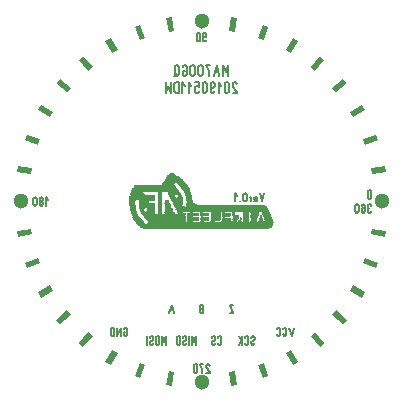
<source format=gbr>
%FSLAX34Y34*%
%MOMM*%
%LNSILK_BOTTOM*%
G71*
G01*
%ADD10C, 0.127*%
%ADD11C, 1.300*%
%ADD12R, 1.200X0.500*%
%ADD13R, 0.500X1.200*%
%ADD14R, 10.592X0.025*%
%ADD15R, 10.820X0.025*%
%ADD16R, 10.947X0.025*%
%ADD17R, 11.024X0.025*%
%ADD18R, 11.100X0.025*%
%ADD19R, 11.151X0.025*%
%ADD20R, 11.201X0.025*%
%ADD21R, 11.252X0.025*%
%ADD22R, 11.303X0.025*%
%ADD23R, 11.328X0.025*%
%ADD24R, 11.379X0.025*%
%ADD25R, 11.430X0.025*%
%ADD26R, 11.455X0.025*%
%ADD27R, 11.481X0.025*%
%ADD28R, 10.693X0.025*%
%ADD29R, 0.787X0.025*%
%ADD30R, 10.668X0.025*%
%ADD31R, 0.762X0.025*%
%ADD32R, 0.737X0.025*%
%ADD33R, 10.643X0.025*%
%ADD34R, 10.617X0.025*%
%ADD35R, 0.711X0.025*%
%ADD36R, 0.483X0.025*%
%ADD37R, 0.533X0.025*%
%ADD38R, 0.584X0.025*%
%ADD39R, 0.356X0.025*%
%ADD40R, 0.838X0.025*%
%ADD41R, 0.330X0.025*%
%ADD42R, 0.305X0.025*%
%ADD43R, 3.150X0.025*%
%ADD44R, 0.686X0.025*%
%ADD45R, 0.508X0.025*%
%ADD46R, 0.559X0.025*%
%ADD47R, 0.813X0.025*%
%ADD48R, 0.279X0.025*%
%ADD49R, 0.457X0.025*%
%ADD50R, 0.254X0.025*%
%ADD51R, 3.124X0.025*%
%ADD52R, 0.432X0.025*%
%ADD53R, 0.229X0.025*%
%ADD54R, 0.660X0.025*%
%ADD55R, 0.406X0.025*%
%ADD56R, 0.381X0.025*%
%ADD57R, 3.175X0.025*%
%ADD58R, 0.940X0.025*%
%ADD59R, 3.226X0.025*%
%ADD60R, 0.965X0.025*%
%ADD61R, 3.251X0.025*%
%ADD62R, 0.635X0.025*%
%ADD63R, 0.203X0.025*%
%ADD64R, 0.991X0.025*%
%ADD65R, 3.277X0.025*%
%ADD66R, 0.178X0.025*%
%ADD67R, 1.016X0.025*%
%ADD68R, 3.302X0.025*%
%ADD69R, 1.041X0.025*%
%ADD70R, 3.353X0.025*%
%ADD71R, 0.152X0.025*%
%ADD72R, 3.378X0.025*%
%ADD73R, 0.127X0.025*%
%ADD74R, 3.404X0.025*%
%ADD75R, 0.610X0.025*%
%ADD76R, 0.102X0.025*%
%ADD77R, 3.429X0.025*%
%ADD78R, 3.454X0.025*%
%ADD79R, 0.076X0.025*%
%ADD80R, 3.480X0.025*%
%ADD81R, 3.505X0.025*%
%ADD82R, 3.531X0.025*%
%ADD83R, 3.556X0.025*%
%ADD84R, 3.581X0.025*%
%ADD85R, 3.607X0.025*%
%ADD86R, 3.632X0.025*%
%ADD87R, 3.658X0.025*%
%ADD88R, 0.864X0.025*%
%ADD89R, 1.651X0.025*%
%ADD90R, 1.092X0.025*%
%ADD91R, 1.118X0.025*%
%ADD92R, 1.143X0.025*%
%ADD93R, 1.168X0.025*%
%ADD94R, 7.849X0.025*%
%ADD95R, 7.823X0.025*%
%ADD96R, 7.874X0.025*%
%ADD97R, 1.295X0.025*%
%ADD98R, 1.321X0.025*%
%ADD99R, 6.833X0.025*%
%ADD100R, 0.914X0.025*%
%ADD101R, 6.807X0.025*%
%ADD102R, 6.756X0.025*%
%ADD103R, 6.731X0.025*%
%ADD104R, 6.655X0.025*%
%ADD105R, 6.604X0.025*%
%ADD106R, 6.528X0.025*%
%ADD107R, 1.346X0.025*%
%ADD108R, 0.889X0.025*%
%ADD109R, 1.372X0.025*%
%ADD110R, 1.499X0.025*%
%ADD111R, 2.159X0.025*%
%ADD112R, 2.134X0.025*%
%ADD113R, 2.108X0.025*%
%ADD114R, 1.245X0.025*%
%ADD115R, 1.219X0.025*%
%ADD116R, 1.194X0.025*%
%ADD117R, 1.067X0.025*%
%ADD118R, 4.089X0.025*%
%ADD119R, 4.039X0.025*%
%ADD120R, 4.013X0.025*%
%ADD121R, 3.988X0.025*%
%ADD122R, 3.962X0.025*%
%ADD123R, 3.912X0.025*%
%ADD124R, 3.886X0.025*%
%ADD125R, 3.861X0.025*%
%ADD126R, 3.835X0.025*%
%ADD127R, 3.810X0.025*%
%ADD128R, 3.759X0.025*%
%ADD129R, 3.708X0.025*%
%ADD130R, 3.683X0.025*%
%ADD131R, 3.099X0.025*%
%ADD132R, 1.753X0.025*%
%ADD133R, 1.727X0.025*%
%ADD134R, 1.676X0.025*%
%ADD135R, 1.626X0.025*%
%ADD136R, 1.600X0.025*%
%ADD137R, 1.549X0.025*%
%ADD138R, 1.473X0.025*%
%ADD139R, 1.422X0.025*%
%ADD140R, 1.270X0.025*%
%ADD141C, 0.159*%
%LPD*%
G54D10*
X-4344Y-121443D02*
X-4344Y-114332D01*
X-6122Y-118777D01*
X-7900Y-114332D01*
X-7900Y-121443D01*
G54D10*
X-10390Y-121443D02*
X-10390Y-114332D01*
G54D10*
X-12878Y-120110D02*
X-13234Y-120999D01*
X-13945Y-121443D01*
X-14656Y-121443D01*
X-15367Y-120999D01*
X-15723Y-120110D01*
X-15723Y-119221D01*
X-15367Y-118332D01*
X-14656Y-117888D01*
X-13945Y-117888D01*
X-13234Y-117443D01*
X-12878Y-116554D01*
X-12878Y-115665D01*
X-13234Y-114777D01*
X-13945Y-114332D01*
X-14656Y-114332D01*
X-15367Y-114777D01*
X-15723Y-115665D01*
G54D10*
X-21056Y-115665D02*
X-21056Y-120110D01*
X-20700Y-120999D01*
X-19989Y-121443D01*
X-19278Y-121443D01*
X-18567Y-120999D01*
X-18212Y-120110D01*
X-18212Y-115665D01*
X-18567Y-114777D01*
X-19278Y-114332D01*
X-19989Y-114332D01*
X-20700Y-114777D01*
X-21056Y-115665D01*
G54D10*
X-29745Y-121443D02*
X-29745Y-114332D01*
X-31523Y-118777D01*
X-33301Y-114332D01*
X-33301Y-121443D01*
G54D10*
X-38634Y-115665D02*
X-38634Y-120110D01*
X-38279Y-120999D01*
X-37568Y-121443D01*
X-36857Y-121443D01*
X-36146Y-120999D01*
X-35790Y-120110D01*
X-35790Y-115665D01*
X-36146Y-114777D01*
X-36857Y-114332D01*
X-37568Y-114332D01*
X-38279Y-114777D01*
X-38634Y-115665D01*
G54D10*
X-41123Y-120110D02*
X-41479Y-120999D01*
X-42190Y-121443D01*
X-42901Y-121443D01*
X-43612Y-120999D01*
X-43967Y-120110D01*
X-43967Y-119221D01*
X-43612Y-118332D01*
X-42901Y-117888D01*
X-42190Y-117888D01*
X-41479Y-117443D01*
X-41123Y-116554D01*
X-41123Y-115665D01*
X-41479Y-114777D01*
X-42190Y-114332D01*
X-42901Y-114332D01*
X-43612Y-114777D01*
X-43967Y-115665D01*
G54D10*
X-46456Y-121443D02*
X-46456Y-114332D01*
G54D10*
X13945Y-120110D02*
X14300Y-120999D01*
X15011Y-121443D01*
X15722Y-121443D01*
X16433Y-120999D01*
X16789Y-120110D01*
X16789Y-115665D01*
X16433Y-114777D01*
X15722Y-114332D01*
X15011Y-114332D01*
X14300Y-114777D01*
X13945Y-115665D01*
G54D10*
X11456Y-120110D02*
X11100Y-120999D01*
X10389Y-121443D01*
X9678Y-121443D01*
X8967Y-120999D01*
X8612Y-120110D01*
X8612Y-119221D01*
X8967Y-118332D01*
X9678Y-117888D01*
X10389Y-117888D01*
X11100Y-117443D01*
X11456Y-116554D01*
X11456Y-115665D01*
X11100Y-114777D01*
X10389Y-114332D01*
X9678Y-114332D01*
X8967Y-114777D01*
X8612Y-115665D01*
G54D10*
X44822Y-120110D02*
X44466Y-120999D01*
X43755Y-121443D01*
X43044Y-121443D01*
X42333Y-120999D01*
X41978Y-120110D01*
X41978Y-119221D01*
X42333Y-118332D01*
X43044Y-117888D01*
X43755Y-117888D01*
X44466Y-117443D01*
X44822Y-116554D01*
X44822Y-115665D01*
X44466Y-114777D01*
X43755Y-114332D01*
X43044Y-114332D01*
X42333Y-114777D01*
X41978Y-115665D01*
G54D10*
X36645Y-120110D02*
X37000Y-120999D01*
X37711Y-121443D01*
X38422Y-121443D01*
X39133Y-120999D01*
X39489Y-120110D01*
X39489Y-115665D01*
X39133Y-114777D01*
X38422Y-114332D01*
X37711Y-114332D01*
X37000Y-114777D01*
X36645Y-115665D01*
G54D10*
X34156Y-121443D02*
X34156Y-114332D01*
G54D10*
X34156Y-119221D02*
X31312Y-114332D01*
G54D10*
X33089Y-117888D02*
X31312Y-121443D01*
G54D10*
X-23622Y-94456D02*
X-25400Y-87345D01*
X-27178Y-94456D01*
G54D10*
X-24334Y-91789D02*
X-26467Y-91789D01*
G54D10*
X1422Y-94432D02*
X1422Y-87321D01*
X-355Y-87321D01*
X-1066Y-87766D01*
X-1422Y-88654D01*
X-1422Y-89543D01*
X-1066Y-90432D01*
X-355Y-90877D01*
X-1066Y-91321D01*
X-1422Y-92210D01*
X-1422Y-93099D01*
X-1066Y-93988D01*
X-355Y-94432D01*
X1422Y-94432D01*
G54D10*
X1422Y-90877D02*
X-355Y-90877D01*
G54D10*
X26844Y-87321D02*
X24000Y-87321D01*
X26844Y-94432D01*
X24000Y-94432D01*
G54D10*
X-64567Y-110332D02*
X-65990Y-110332D01*
X-65990Y-112554D01*
X-65634Y-113443D01*
X-64923Y-113887D01*
X-64212Y-113887D01*
X-63501Y-113443D01*
X-63145Y-112554D01*
X-63145Y-108110D01*
X-63501Y-107221D01*
X-64212Y-106776D01*
X-64923Y-106776D01*
X-65634Y-107221D01*
X-65990Y-108110D01*
G54D10*
X-68478Y-113887D02*
X-68478Y-106776D01*
X-71323Y-113887D01*
X-71323Y-106776D01*
G54D10*
X-73811Y-113887D02*
X-73811Y-106776D01*
X-75589Y-106776D01*
X-76300Y-107221D01*
X-76656Y-108110D01*
X-76656Y-112554D01*
X-76300Y-113443D01*
X-75589Y-113887D01*
X-73811Y-113887D01*
G54D10*
X77934Y-106776D02*
X76156Y-113887D01*
X74378Y-106776D01*
G54D10*
X69044Y-112554D02*
X69400Y-113443D01*
X70111Y-113887D01*
X70822Y-113887D01*
X71533Y-113443D01*
X71889Y-112554D01*
X71889Y-108110D01*
X71533Y-107221D01*
X70822Y-106776D01*
X70111Y-106776D01*
X69400Y-107221D01*
X69044Y-108110D01*
G54D10*
X63711Y-112554D02*
X64067Y-113443D01*
X64778Y-113887D01*
X65489Y-113887D01*
X66200Y-113443D01*
X66556Y-112554D01*
X66556Y-108110D01*
X66200Y-107221D01*
X65489Y-106776D01*
X64778Y-106776D01*
X64067Y-107221D01*
X63711Y-108110D01*
G54D10*
X4089Y137089D02*
X3733Y136200D01*
X3022Y135755D01*
X2311Y135755D01*
X1600Y136200D01*
X1244Y137089D01*
X1244Y139311D01*
X1244Y139755D01*
X2311Y138866D01*
X3022Y138866D01*
X3733Y139311D01*
X4089Y140200D01*
X4089Y141533D01*
X3733Y142422D01*
X3022Y142866D01*
X2311Y142866D01*
X1600Y142422D01*
X1244Y141533D01*
X1244Y139311D01*
G54D10*
X-4089Y141533D02*
X-4089Y137089D01*
X-3733Y136200D01*
X-3022Y135755D01*
X-2311Y135755D01*
X-1600Y136200D01*
X-1244Y137089D01*
X-1244Y141533D01*
X-1600Y142422D01*
X-2311Y142866D01*
X-3022Y142866D01*
X-3733Y142422D01*
X-4089Y141533D01*
G54D10*
X3911Y-144835D02*
X6755Y-144835D01*
X6755Y-144391D01*
X6400Y-143502D01*
X4266Y-140835D01*
X3911Y-139946D01*
X3911Y-139058D01*
X4266Y-138169D01*
X4977Y-137724D01*
X5689Y-137724D01*
X6400Y-138169D01*
X6755Y-139058D01*
G54D10*
X1422Y-137724D02*
X-1422Y-137724D01*
X-1067Y-138613D01*
X-356Y-139946D01*
X356Y-141724D01*
X711Y-143058D01*
X711Y-144835D01*
G54D10*
X-6755Y-139058D02*
X-6755Y-143502D01*
X-6400Y-144391D01*
X-5689Y-144835D01*
X-4977Y-144835D01*
X-4266Y-144391D01*
X-3911Y-143502D01*
X-3911Y-139058D01*
X-4266Y-138169D01*
X-4977Y-137724D01*
X-5689Y-137724D01*
X-6400Y-138169D01*
X-6755Y-139058D01*
X152500Y1D02*
G54D11*
D03*
X0Y152501D02*
G54D11*
D03*
X-152500Y1D02*
G54D11*
D03*
X0Y-152499D02*
G54D11*
D03*
X152500Y1D02*
G54D12*
D03*
G36*
X156526Y25062D02*
X144708Y22978D01*
X143840Y27902D01*
X155658Y29986D01*
X156526Y25062D01*
G37*
G36*
X149796Y51862D02*
X138520Y47758D01*
X136810Y52456D01*
X148086Y56560D01*
X149796Y51862D01*
G37*
G36*
X138515Y77086D02*
X128122Y71086D01*
X125622Y75416D01*
X136015Y81416D01*
X138515Y77086D01*
G37*
G36*
X123025Y99967D02*
X113832Y92254D01*
X110618Y96084D01*
X119811Y103798D01*
X123025Y99967D01*
G37*
G36*
X103797Y119812D02*
X96083Y110619D01*
X92253Y113833D01*
X99966Y123026D01*
X103797Y119812D01*
G37*
G36*
X81415Y136016D02*
X75415Y125623D01*
X71085Y128123D01*
X77085Y138516D01*
X81415Y136016D01*
G37*
G36*
X56559Y148087D02*
X52455Y136811D01*
X47756Y138521D01*
X51861Y149797D01*
X56559Y148087D01*
G37*
G36*
X29985Y155659D02*
X27901Y143841D01*
X22977Y144709D01*
X25061Y156527D01*
X29985Y155659D01*
G37*
X0Y152501D02*
G54D13*
D03*
G36*
X-25061Y156527D02*
X-22978Y144709D01*
X-27902Y143841D01*
X-29986Y155659D01*
X-25061Y156527D01*
G37*
G36*
X-51861Y149797D02*
X-47757Y138521D01*
X-52455Y136811D01*
X-56560Y148087D01*
X-51861Y149797D01*
G37*
G36*
X-77085Y138516D02*
X-71085Y128123D01*
X-75415Y125623D01*
X-81415Y136016D01*
X-77085Y138516D01*
G37*
G36*
X-99967Y123026D02*
X-92254Y113833D01*
X-96084Y110619D01*
X-103797Y119812D01*
X-99967Y123026D01*
G37*
G36*
X-119811Y103798D02*
X-110619Y96084D01*
X-113833Y92254D01*
X-123025Y99967D01*
X-119811Y103798D01*
G37*
G36*
X-136015Y81416D02*
X-125623Y75416D01*
X-128123Y71086D01*
X-138515Y77086D01*
X-136015Y81416D01*
G37*
G36*
X-148086Y56560D02*
X-136810Y52456D01*
X-138520Y47757D01*
X-149797Y51862D01*
X-148086Y56560D01*
G37*
G36*
X-155658Y29986D02*
X-143840Y27902D01*
X-144709Y22978D01*
X-156526Y25062D01*
X-155658Y29986D01*
G37*
X-152500Y1D02*
G54D12*
D03*
G36*
X-156526Y-25060D02*
X-144709Y-22977D01*
X-143840Y-27901D01*
X-155658Y-29984D01*
X-156526Y-25060D01*
G37*
G36*
X-149797Y-51860D02*
X-138520Y-47756D01*
X-136810Y-52454D01*
X-148086Y-56559D01*
X-149797Y-51860D01*
G37*
G36*
X-138515Y-77084D02*
X-128123Y-71084D01*
X-125623Y-75414D01*
X-136015Y-81414D01*
X-138515Y-77084D01*
G37*
G36*
X-123025Y-99966D02*
X-113833Y-92253D01*
X-110619Y-96083D01*
X-119811Y-103796D01*
X-123025Y-99966D01*
G37*
G36*
X-103797Y-119810D02*
X-96084Y-110618D01*
X-92254Y-113832D01*
X-99967Y-123024D01*
X-103797Y-119810D01*
G37*
G36*
X-81415Y-136014D02*
X-75415Y-125622D01*
X-71085Y-128122D01*
X-77085Y-138514D01*
X-81415Y-136014D01*
G37*
G36*
X-56560Y-148086D02*
X-52455Y-136809D01*
X-47757Y-138519D01*
X-51861Y-149796D01*
X-56560Y-148086D01*
G37*
G36*
X-29986Y-155657D02*
X-27902Y-143840D01*
X-22978Y-144708D01*
X-25061Y-156525D01*
X-29986Y-155657D01*
G37*
X0Y-152499D02*
G54D13*
D03*
G36*
X25061Y-156525D02*
X22977Y-144708D01*
X27901Y-143840D01*
X29985Y-155657D01*
X25061Y-156525D01*
G37*
G36*
X51861Y-149796D02*
X47756Y-138519D01*
X52455Y-136809D01*
X56559Y-148086D01*
X51861Y-149796D01*
G37*
G36*
X77085Y-138514D02*
X71085Y-128122D01*
X75415Y-125622D01*
X81415Y-136014D01*
X77085Y-138514D01*
G37*
G36*
X99966Y-123024D02*
X92253Y-113832D01*
X96083Y-110618D01*
X103797Y-119810D01*
X99966Y-123024D01*
G37*
G36*
X119811Y-103796D02*
X110618Y-96083D01*
X113832Y-92253D01*
X123025Y-99966D01*
X119811Y-103796D01*
G37*
G36*
X136015Y-81414D02*
X125622Y-75414D01*
X128122Y-71084D01*
X138515Y-77084D01*
X136015Y-81414D01*
G37*
G36*
X148086Y-56559D02*
X136810Y-52454D01*
X138520Y-47756D01*
X149796Y-51860D01*
X148086Y-56559D01*
G37*
G36*
X155658Y-29984D02*
X143840Y-27901D01*
X144708Y-22977D01*
X156526Y-25060D01*
X155658Y-29984D01*
G37*
G54D10*
X140722Y8176D02*
X140722Y3732D01*
X141077Y2843D01*
X141788Y2398D01*
X142500Y2398D01*
X143211Y2843D01*
X143566Y3732D01*
X143566Y8176D01*
X143211Y9065D01*
X142500Y9509D01*
X141788Y9509D01*
X141077Y9065D01*
X140722Y8176D01*
G54D10*
X143612Y-3730D02*
X143256Y-2841D01*
X142545Y-2397D01*
X141834Y-2397D01*
X141123Y-2841D01*
X140767Y-3730D01*
X140767Y-4619D01*
X141123Y-5508D01*
X141834Y-5952D01*
X141123Y-6397D01*
X140767Y-7286D01*
X140767Y-8175D01*
X141123Y-9064D01*
X141834Y-9508D01*
X142545Y-9508D01*
X143256Y-9064D01*
X143612Y-8175D01*
G54D10*
X135434Y-3730D02*
X135790Y-2841D01*
X136501Y-2397D01*
X137212Y-2397D01*
X137923Y-2841D01*
X138279Y-3730D01*
X138279Y-5952D01*
X138279Y-6397D01*
X137212Y-5508D01*
X136501Y-5508D01*
X135790Y-5952D01*
X135434Y-6841D01*
X135434Y-8175D01*
X135790Y-9064D01*
X136501Y-9508D01*
X137212Y-9508D01*
X137923Y-9064D01*
X138279Y-8175D01*
X138279Y-5952D01*
G54D10*
X130101Y-3730D02*
X130101Y-8175D01*
X130457Y-9064D01*
X131168Y-9508D01*
X131879Y-9508D01*
X132590Y-9064D01*
X132946Y-8175D01*
X132946Y-3730D01*
X132590Y-2841D01*
X131879Y-2397D01*
X131168Y-2397D01*
X130457Y-2841D01*
X130101Y-3730D01*
G54D10*
X-130056Y889D02*
X-131834Y3556D01*
X-131834Y-3555D01*
G54D10*
X-136101Y1D02*
X-135390Y1D01*
X-134679Y445D01*
X-134323Y1334D01*
X-134323Y2223D01*
X-134679Y3112D01*
X-135390Y3556D01*
X-136101Y3556D01*
X-136812Y3112D01*
X-137167Y2223D01*
X-137167Y1334D01*
X-136812Y445D01*
X-136101Y1D01*
X-136812Y-444D01*
X-137167Y-1333D01*
X-137167Y-2222D01*
X-136812Y-3111D01*
X-136101Y-3555D01*
X-135390Y-3555D01*
X-134679Y-3111D01*
X-134323Y-2222D01*
X-134323Y-1333D01*
X-134679Y-444D01*
X-135390Y1D01*
G54D10*
X-142500Y2223D02*
X-142500Y-2222D01*
X-142145Y-3111D01*
X-141434Y-3555D01*
X-140723Y-3555D01*
X-140012Y-3111D01*
X-139656Y-2222D01*
X-139656Y2223D01*
X-140012Y3112D01*
X-140723Y3556D01*
X-141434Y3556D01*
X-142145Y3112D01*
X-142500Y2223D01*
X7704Y-18034D02*
G54D14*
D03*
X3386Y-23114D02*
G54D14*
D03*
X3512Y-22860D02*
G54D15*
D03*
X3386Y-22606D02*
G54D16*
D03*
X3512Y-22352D02*
G54D17*
D03*
X3386Y-22098D02*
G54D18*
D03*
X3386Y-21844D02*
G54D19*
D03*
X3386Y-21590D02*
G54D20*
D03*
X3386Y-21336D02*
G54D21*
D03*
X3386Y-21082D02*
G54D22*
D03*
X3258Y-20828D02*
G54D23*
D03*
X3258Y-20574D02*
G54D24*
D03*
X3258Y-20320D02*
G54D25*
D03*
X3132Y-20066D02*
G54D26*
D03*
X3004Y-19812D02*
G54D27*
D03*
X7196Y-19558D02*
G54D28*
D03*
X12276Y-15494D02*
G54D29*
D03*
X12276Y-15240D02*
G54D29*
D03*
X12276Y-14986D02*
G54D29*
D03*
X12276Y-14732D02*
G54D29*
D03*
X12276Y-14478D02*
G54D29*
D03*
X12276Y-14224D02*
G54D29*
D03*
X12276Y-13970D02*
G54D29*
D03*
X12276Y-13716D02*
G54D29*
D03*
X12276Y-13462D02*
G54D29*
D03*
X12276Y-13208D02*
G54D29*
D03*
X12276Y-12954D02*
G54D29*
D03*
X12276Y-12700D02*
G54D29*
D03*
X12276Y-12446D02*
G54D29*
D03*
X12276Y-12192D02*
G54D29*
D03*
X12276Y-11938D02*
G54D29*
D03*
X12276Y-11684D02*
G54D29*
D03*
X12276Y-11430D02*
G54D29*
D03*
X12276Y-11176D02*
G54D29*
D03*
X12276Y-10922D02*
G54D29*
D03*
X12276Y-10668D02*
G54D29*
D03*
X12276Y-10414D02*
G54D29*
D03*
X12276Y-10160D02*
G54D29*
D03*
X12276Y-9906D02*
G54D29*
D03*
X12276Y-9652D02*
G54D29*
D03*
X12276Y-9398D02*
G54D29*
D03*
X21166Y-17272D02*
G54D29*
D03*
X-18966Y-4826D02*
G54D29*
D03*
X-19728Y-3048D02*
G54D29*
D03*
X-27094Y-9906D02*
G54D29*
D03*
X-27094Y-10160D02*
G54D29*
D03*
X-48938Y-508D02*
G54D29*
D03*
X-48938Y-254D02*
G54D29*
D03*
X-17950Y15748D02*
G54D29*
D03*
X-24554Y21082D02*
G54D29*
D03*
X-50716Y-19558D02*
G54D29*
D03*
X7322Y-19304D02*
G54D30*
D03*
X7322Y-19050D02*
G54D30*
D03*
X3258Y-15494D02*
G54D31*
D03*
X3258Y-15240D02*
G54D31*
D03*
X3258Y-14986D02*
G54D31*
D03*
X3258Y-14732D02*
G54D31*
D03*
X3258Y-14478D02*
G54D31*
D03*
X3258Y-12192D02*
G54D31*
D03*
X3258Y-11938D02*
G54D31*
D03*
X3258Y-11684D02*
G54D31*
D03*
X3258Y-11430D02*
G54D31*
D03*
X3258Y-11176D02*
G54D31*
D03*
X3258Y-10922D02*
G54D31*
D03*
X3258Y-10668D02*
G54D31*
D03*
X12148Y-15748D02*
G54D31*
D03*
X21292Y-15748D02*
G54D31*
D03*
X21292Y-15494D02*
G54D31*
D03*
X21292Y-15240D02*
G54D31*
D03*
X21292Y-14986D02*
G54D31*
D03*
X21292Y-16002D02*
G54D31*
D03*
X21292Y-16256D02*
G54D31*
D03*
X21292Y-16510D02*
G54D31*
D03*
X21292Y-16764D02*
G54D31*
D03*
X21292Y-17018D02*
G54D31*
D03*
X21292Y-12446D02*
G54D31*
D03*
X21292Y-12192D02*
G54D31*
D03*
X21292Y-11938D02*
G54D31*
D03*
X21292Y-11684D02*
G54D31*
D03*
X21292Y-11430D02*
G54D31*
D03*
X21292Y-11176D02*
G54D31*
D03*
X21292Y-10922D02*
G54D31*
D03*
X21292Y-10668D02*
G54D31*
D03*
X45422Y-9906D02*
G54D31*
D03*
X45422Y-9652D02*
G54D31*
D03*
X45422Y-9398D02*
G54D31*
D03*
X56852Y-17780D02*
G54D31*
D03*
X-8934Y-3048D02*
G54D31*
D03*
X-19856Y-3302D02*
G54D31*
D03*
X-27222Y-9398D02*
G54D31*
D03*
X-27222Y-9652D02*
G54D31*
D03*
X-43224Y-9144D02*
G54D31*
D03*
X-49066Y0D02*
G54D31*
D03*
X-17824Y15494D02*
G54D31*
D03*
X-24682Y21336D02*
G54D31*
D03*
X-51098Y-19304D02*
G54D31*
D03*
X-51224Y-19050D02*
G54D32*
D03*
X-51478Y-18796D02*
G54D32*
D03*
X-51732Y-18542D02*
G54D32*
D03*
X-43096Y-8890D02*
G54D32*
D03*
X-27348Y-8890D02*
G54D32*
D03*
X-27348Y-8636D02*
G54D32*
D03*
X-27348Y-9144D02*
G54D32*
D03*
X-19728Y-3810D02*
G54D32*
D03*
X-19728Y-3556D02*
G54D32*
D03*
X3132Y-12446D02*
G54D32*
D03*
X3132Y-14224D02*
G54D32*
D03*
X3132Y-15748D02*
G54D32*
D03*
X12022Y-16002D02*
G54D32*
D03*
X21166Y-14732D02*
G54D32*
D03*
X21166Y-12700D02*
G54D32*
D03*
X45296Y-10414D02*
G54D32*
D03*
X45296Y-10160D02*
G54D32*
D03*
X56980Y-17526D02*
G54D32*
D03*
X-16680Y14478D02*
G54D32*
D03*
X-16934Y14732D02*
G54D32*
D03*
X-17188Y14986D02*
G54D32*
D03*
X-17442Y15240D02*
G54D32*
D03*
X-48938Y254D02*
G54D32*
D03*
X7450Y-18796D02*
G54D33*
D03*
X7576Y-18542D02*
G54D34*
D03*
X7576Y-18288D02*
G54D34*
D03*
X11894Y-16256D02*
G54D35*
D03*
X3004Y-16002D02*
G54D35*
D03*
X3004Y-12700D02*
G54D35*
D03*
X21038Y-12954D02*
G54D35*
D03*
X45168Y-11176D02*
G54D35*
D03*
X45168Y-10922D02*
G54D35*
D03*
X45168Y-10668D02*
G54D35*
D03*
X56090Y-14224D02*
G54D35*
D03*
X56852Y-16256D02*
G54D35*
D03*
X57106Y-17018D02*
G54D35*
D03*
X57106Y-17272D02*
G54D35*
D03*
X-9188Y-2794D02*
G54D35*
D03*
X-19602Y-4064D02*
G54D35*
D03*
X-19602Y-4318D02*
G54D35*
D03*
X-27476Y-8128D02*
G54D35*
D03*
X-27476Y-8382D02*
G54D35*
D03*
X-42970Y-6350D02*
G54D35*
D03*
X-42970Y-6096D02*
G54D35*
D03*
X-42970Y-5842D02*
G54D35*
D03*
X-24428Y5842D02*
G54D35*
D03*
X-16554Y14224D02*
G54D35*
D03*
X-52114Y-18288D02*
G54D35*
D03*
X-52368Y-18034D02*
G54D35*
D03*
X-28618Y-3810D02*
G54D36*
D03*
X-28618Y-3556D02*
G54D36*
D03*
X28786Y-12700D02*
G54D36*
D03*
X28786Y-15240D02*
G54D36*
D03*
X44026Y-16764D02*
G54D36*
D03*
X44026Y-17018D02*
G54D36*
D03*
X50122Y-17526D02*
G54D36*
D03*
X50122Y-17780D02*
G54D36*
D03*
X44280Y-16002D02*
G54D37*
D03*
X44280Y-15748D02*
G54D37*
D03*
X44280Y-15494D02*
G54D37*
D03*
X43518Y-17780D02*
G54D37*
D03*
X37930Y-17272D02*
G54D37*
D03*
X37930Y-17018D02*
G54D37*
D03*
X37930Y-16764D02*
G54D37*
D03*
X37930Y-16510D02*
G54D37*
D03*
X37930Y-16256D02*
G54D37*
D03*
X37930Y-16002D02*
G54D37*
D03*
X37930Y-15748D02*
G54D37*
D03*
X37930Y-15494D02*
G54D37*
D03*
X37930Y-15240D02*
G54D37*
D03*
X37930Y-14986D02*
G54D37*
D03*
X37930Y-14732D02*
G54D37*
D03*
X37930Y-14478D02*
G54D37*
D03*
X37930Y-14224D02*
G54D37*
D03*
X37930Y-13970D02*
G54D37*
D03*
X37930Y-13716D02*
G54D37*
D03*
X37930Y-13462D02*
G54D37*
D03*
X37930Y-13208D02*
G54D37*
D03*
X37930Y-12954D02*
G54D37*
D03*
X37930Y-12700D02*
G54D37*
D03*
X37930Y-12446D02*
G54D37*
D03*
X37930Y-12192D02*
G54D37*
D03*
X37930Y-11938D02*
G54D37*
D03*
X37930Y-11684D02*
G54D37*
D03*
X37930Y-11430D02*
G54D37*
D03*
X37930Y-11176D02*
G54D37*
D03*
X37930Y-10922D02*
G54D37*
D03*
X37930Y-10668D02*
G54D37*
D03*
X37930Y-10414D02*
G54D37*
D03*
X37930Y-10160D02*
G54D37*
D03*
X37930Y-9906D02*
G54D37*
D03*
X37930Y-9652D02*
G54D37*
D03*
X37930Y-9398D02*
G54D37*
D03*
X29040Y-13462D02*
G54D37*
D03*
X29040Y-14732D02*
G54D37*
D03*
X-9822Y-17272D02*
G54D37*
D03*
X-28364Y-4826D02*
G54D37*
D03*
X-28364Y-4572D02*
G54D37*
D03*
X-18966Y2286D02*
G54D37*
D03*
X-11092Y4572D02*
G54D37*
D03*
X-11092Y4826D02*
G54D37*
D03*
X-10838Y4064D02*
G54D37*
D03*
X-10838Y3810D02*
G54D37*
D03*
X-10838Y3556D02*
G54D37*
D03*
X-10584Y3048D02*
G54D37*
D03*
X-10584Y2794D02*
G54D37*
D03*
X-10584Y2540D02*
G54D37*
D03*
X-10584Y2286D02*
G54D37*
D03*
X-10330Y1778D02*
G54D37*
D03*
X-10330Y1524D02*
G54D37*
D03*
X-10330Y1270D02*
G54D37*
D03*
X-10330Y1016D02*
G54D37*
D03*
X-10330Y762D02*
G54D37*
D03*
X-10330Y508D02*
G54D37*
D03*
X-10076Y-254D02*
G54D37*
D03*
X-10076Y-508D02*
G54D37*
D03*
X-10076Y-762D02*
G54D37*
D03*
X-11346Y5588D02*
G54D37*
D03*
X-25062Y22098D02*
G54D37*
D03*
X-58336Y1270D02*
G54D37*
D03*
X-58336Y1016D02*
G54D37*
D03*
X-58590Y0D02*
G54D37*
D03*
X-58590Y-254D02*
G54D37*
D03*
X-58590Y-508D02*
G54D37*
D03*
X-58590Y-762D02*
G54D37*
D03*
X-58590Y-1016D02*
G54D37*
D03*
X-58590Y-1270D02*
G54D37*
D03*
X-58590Y-1524D02*
G54D37*
D03*
X-58590Y-1778D02*
G54D37*
D03*
X-58590Y-2032D02*
G54D37*
D03*
X-58590Y-2286D02*
G54D37*
D03*
X-58590Y-2540D02*
G54D37*
D03*
X-58590Y-2794D02*
G54D37*
D03*
X-58590Y-3048D02*
G54D37*
D03*
X-58590Y-3302D02*
G54D37*
D03*
X-58590Y-3556D02*
G54D37*
D03*
X-58336Y-4826D02*
G54D37*
D03*
X-58336Y-5080D02*
G54D37*
D03*
X-58336Y-5334D02*
G54D37*
D03*
X-58336Y-5588D02*
G54D37*
D03*
X-58336Y-5842D02*
G54D37*
D03*
X-58336Y-6096D02*
G54D37*
D03*
X-58082Y-6350D02*
G54D37*
D03*
X-58082Y-6604D02*
G54D37*
D03*
X-58082Y-6858D02*
G54D37*
D03*
X-58082Y-7112D02*
G54D37*
D03*
X-57828Y-7620D02*
G54D37*
D03*
X-57828Y-7874D02*
G54D37*
D03*
X-57828Y-8128D02*
G54D37*
D03*
X-57574Y-8636D02*
G54D37*
D03*
X-57574Y-8890D02*
G54D37*
D03*
X-56812Y-10922D02*
G54D38*
D03*
X-56558Y-11430D02*
G54D38*
D03*
X-56558Y-11684D02*
G54D38*
D03*
X-56304Y-11938D02*
G54D38*
D03*
X-56304Y-12192D02*
G54D38*
D03*
X-56050Y-12446D02*
G54D38*
D03*
X-56050Y-12700D02*
G54D38*
D03*
X-55796Y-12954D02*
G54D38*
D03*
X-55796Y-13208D02*
G54D38*
D03*
X-55542Y-13462D02*
G54D38*
D03*
X-28110Y-5842D02*
G54D38*
D03*
X-28110Y-5588D02*
G54D38*
D03*
X-9822Y-1524D02*
G54D38*
D03*
X-24808Y5080D02*
G54D38*
D03*
X-13124Y9652D02*
G54D38*
D03*
X-12870Y9144D02*
G54D38*
D03*
X-12616Y8890D02*
G54D38*
D03*
X-12616Y8636D02*
G54D38*
D03*
X-12362Y8382D02*
G54D38*
D03*
X-12362Y8128D02*
G54D38*
D03*
X-12108Y7620D02*
G54D38*
D03*
X29294Y-13970D02*
G54D38*
D03*
X37676Y-17780D02*
G54D38*
D03*
X44534Y-14478D02*
G54D38*
D03*
X44534Y-14224D02*
G54D38*
D03*
X-10076Y-17780D02*
G54D38*
D03*
X27388Y-17780D02*
G54D39*
D03*
X27642Y-17526D02*
G54D39*
D03*
X27896Y-17272D02*
G54D39*
D03*
X28150Y-17018D02*
G54D39*
D03*
X32214Y-17780D02*
G54D39*
D03*
X49994Y-16002D02*
G54D39*
D03*
X-29254Y-1016D02*
G54D39*
D03*
X-29254Y-762D02*
G54D39*
D03*
X-19982Y-2032D02*
G54D40*
D03*
X-19982Y-2286D02*
G54D40*
D03*
X-26840Y-10922D02*
G54D40*
D03*
X-26840Y-11176D02*
G54D40*
D03*
X-48684Y-1270D02*
G54D40*
D03*
X-48684Y-1016D02*
G54D40*
D03*
X20912Y-17780D02*
G54D40*
D03*
X32342Y-17526D02*
G54D41*
D03*
X50122Y-15748D02*
G54D41*
D03*
X50122Y-15494D02*
G54D41*
D03*
X9228Y-17780D02*
G54D41*
D03*
X-29380Y-508D02*
G54D41*
D03*
X-29380Y-254D02*
G54D41*
D03*
X-18204Y2794D02*
G54D41*
D03*
X-29508Y0D02*
G54D42*
D03*
X-35096Y7620D02*
G54D42*
D03*
X-50082Y-8890D02*
G54D42*
D03*
X-49828Y-9398D02*
G54D42*
D03*
X210Y-17780D02*
G54D42*
D03*
X9354Y-17526D02*
G54D42*
D03*
X32468Y-17272D02*
G54D42*
D03*
X49994Y-15240D02*
G54D42*
D03*
X-29254Y-17018D02*
G54D43*
D03*
X-29254Y-17526D02*
G54D43*
D03*
X-29254Y-17780D02*
G54D43*
D03*
X-42842Y-8636D02*
G54D44*
D03*
X-42842Y-6858D02*
G54D44*
D03*
X-42842Y-6604D02*
G54D44*
D03*
X-27602Y-7620D02*
G54D44*
D03*
X-27602Y-7874D02*
G54D44*
D03*
X-19474Y-4572D02*
G54D44*
D03*
X-9314Y-2540D02*
G54D44*
D03*
X20912Y-13208D02*
G54D44*
D03*
X11768Y-16510D02*
G54D44*
D03*
X2878Y-16256D02*
G54D44*
D03*
X45042Y-11938D02*
G54D44*
D03*
X45042Y-11684D02*
G54D44*
D03*
X45042Y-11430D02*
G54D44*
D03*
X54186Y-9398D02*
G54D44*
D03*
X54440Y-9906D02*
G54D44*
D03*
X54440Y-10160D02*
G54D44*
D03*
X54694Y-10414D02*
G54D44*
D03*
X54694Y-10668D02*
G54D44*
D03*
X54948Y-11176D02*
G54D44*
D03*
X54948Y-11430D02*
G54D44*
D03*
X55202Y-11684D02*
G54D44*
D03*
X55202Y-11938D02*
G54D44*
D03*
X55202Y-12192D02*
G54D44*
D03*
X55456Y-12446D02*
G54D44*
D03*
X55456Y-12700D02*
G54D44*
D03*
X55710Y-12954D02*
G54D44*
D03*
X55710Y-13208D02*
G54D44*
D03*
X55710Y-13462D02*
G54D44*
D03*
X55964Y-13716D02*
G54D44*
D03*
X55964Y-13970D02*
G54D44*
D03*
X56218Y-14478D02*
G54D44*
D03*
X56218Y-14732D02*
G54D44*
D03*
X56472Y-14986D02*
G54D44*
D03*
X56472Y-15240D02*
G54D44*
D03*
X56472Y-15494D02*
G54D44*
D03*
X56726Y-15748D02*
G54D44*
D03*
X56726Y-16002D02*
G54D44*
D03*
X56980Y-16510D02*
G54D44*
D03*
X56980Y-16764D02*
G54D44*
D03*
X-15664Y13462D02*
G54D44*
D03*
X-15918Y13716D02*
G54D44*
D03*
X-16172Y13970D02*
G54D44*
D03*
X-24808Y21590D02*
G54D44*
D03*
X-53002Y-17272D02*
G54D44*
D03*
X-52748Y-17526D02*
G54D44*
D03*
X-52494Y-17780D02*
G54D44*
D03*
X-58464Y-4572D02*
G54D45*
D03*
X-58464Y-4318D02*
G54D45*
D03*
X-58464Y-4064D02*
G54D45*
D03*
X-58464Y-3810D02*
G54D45*
D03*
X-58464Y254D02*
G54D45*
D03*
X-58464Y508D02*
G54D45*
D03*
X-58464Y762D02*
G54D45*
D03*
X-28492Y-4064D02*
G54D45*
D03*
X-28492Y-4318D02*
G54D45*
D03*
X-10204Y0D02*
G54D45*
D03*
X-10204Y254D02*
G54D45*
D03*
X-10458Y2032D02*
G54D45*
D03*
X-24936Y4826D02*
G54D45*
D03*
X-9696Y-12954D02*
G54D45*
D03*
X-9696Y-13208D02*
G54D45*
D03*
X-9696Y-13462D02*
G54D45*
D03*
X-9696Y-13716D02*
G54D45*
D03*
X-9696Y-13970D02*
G54D45*
D03*
X-9696Y-16764D02*
G54D45*
D03*
X-9696Y-17018D02*
G54D45*
D03*
X28912Y-14986D02*
G54D45*
D03*
X28912Y-13208D02*
G54D45*
D03*
X28912Y-12954D02*
G54D45*
D03*
X43644Y-17526D02*
G54D45*
D03*
X43898Y-17272D02*
G54D45*
D03*
X44152Y-16510D02*
G54D45*
D03*
X44152Y-16256D02*
G54D45*
D03*
X44406Y-15240D02*
G54D46*
D03*
X44406Y-14986D02*
G54D46*
D03*
X44406Y-14732D02*
G54D46*
D03*
X37802Y-17526D02*
G54D46*
D03*
X29166Y-14478D02*
G54D46*
D03*
X29166Y-14224D02*
G54D46*
D03*
X29166Y-13716D02*
G54D46*
D03*
X-9950Y-17526D02*
G54D46*
D03*
X-28238Y-5334D02*
G54D46*
D03*
X-28238Y-5080D02*
G54D46*
D03*
X-9950Y-1270D02*
G54D46*
D03*
X-9950Y-1016D02*
G54D46*
D03*
X-10712Y3302D02*
G54D46*
D03*
X-10966Y4318D02*
G54D46*
D03*
X-11220Y5080D02*
G54D46*
D03*
X-11220Y5334D02*
G54D46*
D03*
X-11474Y5842D02*
G54D46*
D03*
X-11474Y6096D02*
G54D46*
D03*
X-11728Y6350D02*
G54D46*
D03*
X-11728Y6604D02*
G54D46*
D03*
X-11728Y6858D02*
G54D46*
D03*
X-11982Y7112D02*
G54D46*
D03*
X-11982Y7366D02*
G54D46*
D03*
X-12236Y7874D02*
G54D46*
D03*
X-49574Y-5842D02*
G54D46*
D03*
X-57702Y-8382D02*
G54D46*
D03*
X-57448Y-9144D02*
G54D46*
D03*
X-57448Y-9398D02*
G54D46*
D03*
X-57194Y-9652D02*
G54D46*
D03*
X-57194Y-9906D02*
G54D46*
D03*
X-57194Y-10160D02*
G54D46*
D03*
X-56940Y-10414D02*
G54D46*
D03*
X-56940Y-10668D02*
G54D46*
D03*
X-56686Y-11176D02*
G54D46*
D03*
X-57956Y-7366D02*
G54D46*
D03*
X-43478Y-9398D02*
G54D47*
D03*
X-26968Y-10414D02*
G54D47*
D03*
X-26968Y-10668D02*
G54D47*
D03*
X-19856Y-2794D02*
G54D47*
D03*
X-19856Y-2540D02*
G54D47*
D03*
X-48812Y-762D02*
G54D47*
D03*
X21038Y-17526D02*
G54D47*
D03*
X32596Y-17018D02*
G54D48*
D03*
X27770Y-12192D02*
G54D48*
D03*
X9482Y-17272D02*
G54D48*
D03*
X338Y-17526D02*
G54D48*
D03*
X-35222Y-11176D02*
G54D48*
D03*
X-35222Y-10922D02*
G54D48*
D03*
X-35222Y-10668D02*
G54D48*
D03*
X-35222Y-10414D02*
G54D48*
D03*
X-35222Y-10160D02*
G54D48*
D03*
X-35222Y-9906D02*
G54D48*
D03*
X-35222Y-9652D02*
G54D48*
D03*
X-35222Y-9398D02*
G54D48*
D03*
X-35222Y-9144D02*
G54D48*
D03*
X-35222Y-8890D02*
G54D48*
D03*
X-35222Y-8636D02*
G54D48*
D03*
X-35222Y-8382D02*
G54D48*
D03*
X-35222Y-8128D02*
G54D48*
D03*
X-35222Y-7874D02*
G54D48*
D03*
X-35222Y-7620D02*
G54D48*
D03*
X-35222Y-7366D02*
G54D48*
D03*
X-35222Y-7112D02*
G54D48*
D03*
X-35222Y-6858D02*
G54D48*
D03*
X-35222Y-6604D02*
G54D48*
D03*
X-35222Y-6350D02*
G54D48*
D03*
X-35222Y-6096D02*
G54D48*
D03*
X-35222Y-5842D02*
G54D48*
D03*
X-35222Y-5588D02*
G54D48*
D03*
X-35222Y-5334D02*
G54D48*
D03*
X-35222Y-5080D02*
G54D48*
D03*
X-35222Y-4826D02*
G54D48*
D03*
X-35222Y-4572D02*
G54D48*
D03*
X-35222Y-4318D02*
G54D48*
D03*
X-35222Y-4064D02*
G54D48*
D03*
X-35222Y-3810D02*
G54D48*
D03*
X-35222Y-3556D02*
G54D48*
D03*
X-35222Y-3302D02*
G54D48*
D03*
X-35222Y-3048D02*
G54D48*
D03*
X-35222Y-2794D02*
G54D48*
D03*
X-35222Y-2540D02*
G54D48*
D03*
X-35222Y-2286D02*
G54D48*
D03*
X-35222Y-2032D02*
G54D48*
D03*
X-35222Y-1778D02*
G54D48*
D03*
X-35222Y-1524D02*
G54D48*
D03*
X-35222Y-1270D02*
G54D48*
D03*
X-35222Y-1016D02*
G54D48*
D03*
X-35222Y-762D02*
G54D48*
D03*
X-35222Y-508D02*
G54D48*
D03*
X-35222Y-254D02*
G54D48*
D03*
X-35222Y0D02*
G54D48*
D03*
X-35222Y254D02*
G54D48*
D03*
X-35222Y508D02*
G54D48*
D03*
X-35222Y762D02*
G54D48*
D03*
X-35222Y1016D02*
G54D48*
D03*
X-35222Y1270D02*
G54D48*
D03*
X-35222Y1524D02*
G54D48*
D03*
X-35222Y1778D02*
G54D48*
D03*
X-35222Y2032D02*
G54D48*
D03*
X-35222Y2286D02*
G54D48*
D03*
X-35222Y2540D02*
G54D48*
D03*
X-35222Y2794D02*
G54D48*
D03*
X-35222Y3048D02*
G54D48*
D03*
X-35222Y3302D02*
G54D48*
D03*
X-35222Y3556D02*
G54D48*
D03*
X-35222Y3810D02*
G54D48*
D03*
X-35222Y4064D02*
G54D48*
D03*
X-35222Y4318D02*
G54D48*
D03*
X-35222Y4572D02*
G54D48*
D03*
X-35222Y4826D02*
G54D48*
D03*
X-35222Y5080D02*
G54D48*
D03*
X-35222Y5334D02*
G54D48*
D03*
X-35222Y5588D02*
G54D48*
D03*
X-35222Y5842D02*
G54D48*
D03*
X-35222Y6096D02*
G54D48*
D03*
X-35222Y6350D02*
G54D48*
D03*
X-35222Y6604D02*
G54D48*
D03*
X-35222Y6858D02*
G54D48*
D03*
X-35222Y7112D02*
G54D48*
D03*
X-35222Y7366D02*
G54D48*
D03*
X-29380Y254D02*
G54D48*
D03*
X-18458Y4572D02*
G54D48*
D03*
X-18458Y4826D02*
G54D48*
D03*
X-18712Y5080D02*
G54D48*
D03*
X-18712Y5334D02*
G54D48*
D03*
X-18966Y5588D02*
G54D48*
D03*
X-18966Y5842D02*
G54D48*
D03*
X-18204Y4064D02*
G54D48*
D03*
X-18204Y3810D02*
G54D48*
D03*
X-17950Y3302D02*
G54D48*
D03*
X-17950Y3048D02*
G54D48*
D03*
X-49700Y-9652D02*
G54D48*
D03*
X-49954Y-9144D02*
G54D48*
D03*
X-50208Y-8636D02*
G54D48*
D03*
X-50208Y-8382D02*
G54D48*
D03*
X-50462Y-8128D02*
G54D48*
D03*
X-50462Y-7874D02*
G54D48*
D03*
X-50716Y-7366D02*
G54D48*
D03*
X-50716Y-7112D02*
G54D48*
D03*
X-50970Y-6604D02*
G54D48*
D03*
X-25316Y22860D02*
G54D48*
D03*
X50122Y-14986D02*
G54D48*
D03*
X49994Y-17272D02*
G54D49*
D03*
X28658Y-15748D02*
G54D49*
D03*
X28658Y-15494D02*
G54D49*
D03*
X28658Y-12446D02*
G54D49*
D03*
X-18332Y-9652D02*
G54D49*
D03*
X-18332Y-9398D02*
G54D49*
D03*
X-28746Y-3302D02*
G54D49*
D03*
X-28746Y-3048D02*
G54D49*
D03*
X-28746Y-2794D02*
G54D49*
D03*
X-25190Y4572D02*
G54D49*
D03*
X-50082Y-6096D02*
G54D49*
D03*
X-25190Y22352D02*
G54D49*
D03*
X-18332Y4318D02*
G54D50*
D03*
X-18078Y3556D02*
G54D50*
D03*
X-8426Y-9398D02*
G54D50*
D03*
X-8426Y-9652D02*
G54D50*
D03*
X-8426Y-9906D02*
G54D50*
D03*
X-8426Y-10160D02*
G54D50*
D03*
X-8426Y-10414D02*
G54D50*
D03*
X718Y-9398D02*
G54D50*
D03*
X9608Y-16764D02*
G54D50*
D03*
X9608Y-17018D02*
G54D50*
D03*
X464Y-17272D02*
G54D50*
D03*
X18752Y-9398D02*
G54D50*
D03*
X27642Y-9398D02*
G54D50*
D03*
X27642Y-9652D02*
G54D50*
D03*
X27642Y-9906D02*
G54D50*
D03*
X27642Y-10160D02*
G54D50*
D03*
X27642Y-10414D02*
G54D50*
D03*
X27642Y-10668D02*
G54D50*
D03*
X27642Y-10922D02*
G54D50*
D03*
X27642Y-11176D02*
G54D50*
D03*
X27642Y-11430D02*
G54D50*
D03*
X27642Y-11684D02*
G54D50*
D03*
X27642Y-11938D02*
G54D50*
D03*
X32722Y-16510D02*
G54D50*
D03*
X32722Y-16764D02*
G54D50*
D03*
X49994Y-14732D02*
G54D50*
D03*
X-50590Y-7620D02*
G54D50*
D03*
X-50844Y-6858D02*
G54D50*
D03*
X-29126Y-17272D02*
G54D51*
D03*
X-18204Y-10160D02*
G54D52*
D03*
X-18204Y-9906D02*
G54D52*
D03*
X-28872Y-2540D02*
G54D52*
D03*
X-28872Y-2286D02*
G54D52*
D03*
X-24554Y3048D02*
G54D52*
D03*
X-24808Y3556D02*
G54D52*
D03*
X-25062Y4064D02*
G54D52*
D03*
X-18458Y2540D02*
G54D52*
D03*
X28532Y-16002D02*
G54D52*
D03*
X50122Y-17018D02*
G54D52*
D03*
X50122Y-14478D02*
G54D53*
D03*
X50122Y-14224D02*
G54D53*
D03*
X32850Y-16256D02*
G54D53*
D03*
X18626Y-14478D02*
G54D53*
D03*
X18626Y-14224D02*
G54D53*
D03*
X18626Y-13970D02*
G54D53*
D03*
X18626Y-13716D02*
G54D53*
D03*
X18626Y-13462D02*
G54D53*
D03*
X18626Y-10414D02*
G54D53*
D03*
X18626Y-10160D02*
G54D53*
D03*
X18626Y-9906D02*
G54D53*
D03*
X18626Y-9652D02*
G54D53*
D03*
X592Y-9652D02*
G54D53*
D03*
X592Y-9906D02*
G54D53*
D03*
X592Y-10160D02*
G54D53*
D03*
X592Y-10414D02*
G54D53*
D03*
X592Y-12954D02*
G54D53*
D03*
X592Y-13208D02*
G54D53*
D03*
X592Y-13462D02*
G54D53*
D03*
X592Y-13716D02*
G54D53*
D03*
X592Y-13970D02*
G54D53*
D03*
X592Y-16764D02*
G54D53*
D03*
X592Y-17018D02*
G54D53*
D03*
X2750Y-16510D02*
G54D54*
D03*
X-16808Y-10668D02*
G54D54*
D03*
X-27730Y-7366D02*
G54D54*
D03*
X-27730Y-7112D02*
G54D54*
D03*
X-42716Y-7112D02*
G54D54*
D03*
X-42716Y-7366D02*
G54D54*
D03*
X-54146Y-15748D02*
G54D54*
D03*
X-53638Y-16510D02*
G54D54*
D03*
X-53384Y-16764D02*
G54D54*
D03*
X-53130Y-17018D02*
G54D54*
D03*
X-24428Y5588D02*
G54D54*
D03*
X-14776Y12192D02*
G54D54*
D03*
X-15030Y12446D02*
G54D54*
D03*
X-15030Y12700D02*
G54D54*
D03*
X-15284Y12954D02*
G54D54*
D03*
X-15538Y13208D02*
G54D54*
D03*
X44914Y-12192D02*
G54D54*
D03*
X44914Y-12446D02*
G54D54*
D03*
X54312Y-9652D02*
G54D54*
D03*
X54820Y-10922D02*
G54D54*
D03*
X49994Y-16764D02*
G54D55*
D03*
X28404Y-16256D02*
G54D55*
D03*
X-18078Y-10414D02*
G54D55*
D03*
X-29000Y-2032D02*
G54D55*
D03*
X-29000Y-1778D02*
G54D55*
D03*
X-24174Y2286D02*
G54D55*
D03*
X-24428Y2540D02*
G54D55*
D03*
X-24428Y2794D02*
G54D55*
D03*
X-24682Y3302D02*
G54D55*
D03*
X-24936Y3810D02*
G54D55*
D03*
X-25190Y4318D02*
G54D55*
D03*
X-29126Y-1270D02*
G54D56*
D03*
X-29126Y-1524D02*
G54D56*
D03*
X-50462Y-6350D02*
G54D56*
D03*
X-25316Y22606D02*
G54D56*
D03*
X28278Y-16510D02*
G54D56*
D03*
X28278Y-16764D02*
G54D56*
D03*
X50122Y-16510D02*
G54D56*
D03*
X50122Y-16256D02*
G54D56*
D03*
X-29380Y-16764D02*
G54D57*
D03*
X-7536Y-16510D02*
G54D58*
D03*
X-20744Y508D02*
G54D58*
D03*
X-20744Y762D02*
G54D58*
D03*
X-28110Y14478D02*
G54D58*
D03*
X-27602Y15240D02*
G54D58*
D03*
X-39794Y13208D02*
G54D59*
D03*
X-29634Y-16510D02*
G54D59*
D03*
X-7410Y-16256D02*
G54D60*
D03*
X-7410Y-12700D02*
G54D60*
D03*
X-20872Y1016D02*
G54D60*
D03*
X-20872Y1270D02*
G54D60*
D03*
X-21126Y1524D02*
G54D60*
D03*
X-21126Y1778D02*
G54D60*
D03*
X-28492Y13970D02*
G54D60*
D03*
X-28238Y14224D02*
G54D60*
D03*
X-27984Y14732D02*
G54D60*
D03*
X-27730Y14986D02*
G54D60*
D03*
X-27476Y15494D02*
G54D60*
D03*
X-27222Y15748D02*
G54D60*
D03*
X-24174Y20320D02*
G54D60*
D03*
X-29762Y-16256D02*
G54D61*
D03*
X-16680Y-11430D02*
G54D62*
D03*
X-16680Y-11176D02*
G54D62*
D03*
X-16680Y-10922D02*
G54D62*
D03*
X-27856Y-6858D02*
G54D62*
D03*
X-27856Y-6604D02*
G54D62*
D03*
X-42588Y-7620D02*
G54D62*
D03*
X-42588Y-7874D02*
G54D62*
D03*
X-42588Y-8382D02*
G54D62*
D03*
X-54526Y-15240D02*
G54D62*
D03*
X-54272Y-15494D02*
G54D62*
D03*
X-54018Y-16002D02*
G54D62*
D03*
X-53764Y-16256D02*
G54D62*
D03*
X-9568Y-2286D02*
G54D62*
D03*
X-13886Y10922D02*
G54D62*
D03*
X-14140Y11430D02*
G54D62*
D03*
X-14394Y11684D02*
G54D62*
D03*
X-14648Y11938D02*
G54D62*
D03*
X44788Y-12700D02*
G54D62*
D03*
X44788Y-12954D02*
G54D62*
D03*
X44788Y-13208D02*
G54D62*
D03*
X49994Y-13970D02*
G54D63*
D03*
X32976Y-16002D02*
G54D63*
D03*
X-7282Y-16002D02*
G54D64*
D03*
X-7282Y-12446D02*
G54D64*
D03*
X-21252Y2032D02*
G54D64*
D03*
X-29888Y-16002D02*
G54D65*
D03*
X33104Y-15748D02*
G54D66*
D03*
X33104Y-15494D02*
G54D66*
D03*
X50122Y-13716D02*
G54D66*
D03*
X50122Y-13462D02*
G54D66*
D03*
X-7156Y-14224D02*
G54D67*
D03*
X-7156Y-15748D02*
G54D67*
D03*
X-7156Y-12192D02*
G54D67*
D03*
X-7156Y-10668D02*
G54D67*
D03*
X-23412Y7112D02*
G54D67*
D03*
X-28746Y13716D02*
G54D67*
D03*
X-54400Y7366D02*
G54D67*
D03*
X-39922Y12954D02*
G54D68*
D03*
X-30016Y-15748D02*
G54D68*
D03*
X-7028Y-15494D02*
G54D69*
D03*
X-7028Y-15240D02*
G54D69*
D03*
X-7028Y-14986D02*
G54D69*
D03*
X-7028Y-14732D02*
G54D69*
D03*
X-7028Y-14478D02*
G54D69*
D03*
X-7028Y-11938D02*
G54D69*
D03*
X-7028Y-11684D02*
G54D69*
D03*
X-7028Y-11430D02*
G54D69*
D03*
X-7028Y-11176D02*
G54D69*
D03*
X-7028Y-10922D02*
G54D69*
D03*
X-22776Y6096D02*
G54D69*
D03*
X-23030Y6350D02*
G54D69*
D03*
X-23030Y6604D02*
G54D69*
D03*
X-23284Y6858D02*
G54D69*
D03*
X-23538Y7366D02*
G54D69*
D03*
X-23792Y7620D02*
G54D69*
D03*
X-24046Y20066D02*
G54D69*
D03*
X-30270Y-15494D02*
G54D70*
D03*
X33230Y-15240D02*
G54D71*
D03*
X49994Y-13208D02*
G54D71*
D03*
X-30396Y-15240D02*
G54D72*
D03*
X-39794Y12700D02*
G54D72*
D03*
X33358Y-14986D02*
G54D73*
D03*
X50122Y-12954D02*
G54D73*
D03*
X50122Y-12700D02*
G54D73*
D03*
X-30524Y-14986D02*
G54D74*
D03*
X-42462Y-8128D02*
G54D75*
D03*
X-54908Y-14478D02*
G54D75*
D03*
X-54908Y-14732D02*
G54D75*
D03*
X-54654Y-14986D02*
G54D75*
D03*
X-55162Y-14224D02*
G54D75*
D03*
X-55416Y-13970D02*
G54D75*
D03*
X-55416Y-13716D02*
G54D75*
D03*
X-27984Y-6350D02*
G54D75*
D03*
X-27984Y-6096D02*
G54D75*
D03*
X-9696Y-2032D02*
G54D75*
D03*
X-9696Y-1778D02*
G54D75*
D03*
X-24682Y5334D02*
G54D75*
D03*
X-13506Y10160D02*
G54D75*
D03*
X-13506Y10414D02*
G54D75*
D03*
X-13760Y10668D02*
G54D75*
D03*
X-14014Y11176D02*
G54D75*
D03*
X-13252Y9906D02*
G54D75*
D03*
X-12998Y9398D02*
G54D75*
D03*
X-24936Y21844D02*
G54D75*
D03*
X44660Y-13462D02*
G54D75*
D03*
X44660Y-13716D02*
G54D75*
D03*
X44660Y-13970D02*
G54D75*
D03*
X49994Y-12446D02*
G54D76*
D03*
X33484Y-14478D02*
G54D76*
D03*
X33484Y-14732D02*
G54D76*
D03*
X-30650Y-14732D02*
G54D77*
D03*
X-39794Y12446D02*
G54D77*
D03*
X-30778Y-14224D02*
G54D78*
D03*
X-30778Y-14478D02*
G54D78*
D03*
X-39794Y-2286D02*
G54D79*
D03*
X-39794Y-2032D02*
G54D79*
D03*
X-40048Y4826D02*
G54D79*
D03*
X-25316Y23114D02*
G54D79*
D03*
X33612Y-14224D02*
G54D79*
D03*
G36*
X33738Y-14097D02*
X33484Y-14097D01*
X33484Y-13843D01*
X33738Y-13843D01*
X33738Y-14097D01*
G37*
G36*
X50248Y-12319D02*
X49994Y-12319D01*
X49994Y-12065D01*
X50248Y-12065D01*
X50248Y-12319D01*
G37*
X-30904Y-13970D02*
G54D80*
D03*
X-39794Y12192D02*
G54D80*
D03*
X-31032Y-13716D02*
G54D81*
D03*
X-31158Y-13462D02*
G54D82*
D03*
X-39794Y11938D02*
G54D82*
D03*
X-39668Y11684D02*
G54D83*
D03*
X-31286Y-12954D02*
G54D83*
D03*
X-31286Y-13208D02*
G54D83*
D03*
X-31412Y-12700D02*
G54D84*
D03*
X-31540Y-12446D02*
G54D85*
D03*
X-39668Y11430D02*
G54D85*
D03*
X-39540Y11176D02*
G54D86*
D03*
X-31666Y-11938D02*
G54D86*
D03*
X-31666Y-12192D02*
G54D86*
D03*
X-31794Y-11684D02*
G54D87*
D03*
X-26714Y-11430D02*
G54D88*
D03*
X-43732Y-9652D02*
G54D88*
D03*
X-48558Y-1778D02*
G54D88*
D03*
X-48558Y-1524D02*
G54D88*
D03*
X-20110Y-1524D02*
G54D88*
D03*
X-20110Y-1778D02*
G54D88*
D03*
X-8426Y-3302D02*
G54D88*
D03*
X-24428Y20828D02*
G54D88*
D03*
X-41826Y-11430D02*
G54D89*
D03*
X-44874Y-11176D02*
G54D90*
D03*
X-54272Y6604D02*
G54D90*
D03*
X-54400Y6350D02*
G54D91*
D03*
X-23920Y19558D02*
G54D91*
D03*
X-45002Y-10668D02*
G54D91*
D03*
X-45002Y-10922D02*
G54D91*
D03*
X-45128Y-10414D02*
G54D92*
D03*
X-45128Y-10160D02*
G54D92*
D03*
X-54272Y5842D02*
G54D92*
D03*
X-54272Y6096D02*
G54D92*
D03*
X-45256Y-9906D02*
G54D93*
D03*
X16848Y-5842D02*
G54D94*
D03*
X17102Y-6350D02*
G54D94*
D03*
X17102Y-6604D02*
G54D94*
D03*
X17356Y-6858D02*
G54D94*
D03*
X17610Y-7366D02*
G54D94*
D03*
X17610Y-7620D02*
G54D94*
D03*
X17864Y-7874D02*
G54D94*
D03*
X17864Y-8128D02*
G54D94*
D03*
X18118Y-8382D02*
G54D94*
D03*
X18118Y-8636D02*
G54D94*
D03*
X18372Y-9144D02*
G54D94*
D03*
X18244Y-8890D02*
G54D95*
D03*
X16974Y-6096D02*
G54D95*
D03*
X16720Y-5588D02*
G54D95*
D03*
X16466Y-5334D02*
G54D95*
D03*
X17482Y-7112D02*
G54D96*
D03*
X-45890Y-5588D02*
G54D97*
D03*
X-46144Y508D02*
G54D97*
D03*
X-46018Y762D02*
G54D98*
D03*
X-46018Y-3810D02*
G54D98*
D03*
X-46018Y-4064D02*
G54D98*
D03*
X-46018Y-4318D02*
G54D98*
D03*
X-46018Y-4572D02*
G54D98*
D03*
X-46018Y-4826D02*
G54D98*
D03*
X-46018Y-5080D02*
G54D98*
D03*
X-46018Y-5334D02*
G54D98*
D03*
X-23666Y18542D02*
G54D98*
D03*
X21166Y-5080D02*
G54D99*
D03*
X-18078Y-5080D02*
G54D100*
D03*
X-20364Y-762D02*
G54D100*
D03*
X-20618Y0D02*
G54D100*
D03*
X-20618Y254D02*
G54D100*
D03*
X-24174Y20574D02*
G54D100*
D03*
X21038Y-4826D02*
G54D101*
D03*
X20784Y-4572D02*
G54D102*
D03*
X20658Y-4318D02*
G54D103*
D03*
X20530Y-4064D02*
G54D104*
D03*
X20276Y-3810D02*
G54D105*
D03*
X19896Y-3556D02*
G54D106*
D03*
X-46144Y-3556D02*
G54D107*
D03*
X-46144Y-3302D02*
G54D107*
D03*
X-46144Y-3048D02*
G54D107*
D03*
X-46144Y-2794D02*
G54D107*
D03*
X-46144Y-2540D02*
G54D107*
D03*
X-48430Y-2286D02*
G54D108*
D03*
X-48430Y-2032D02*
G54D108*
D03*
X-20490Y-508D02*
G54D108*
D03*
X-20490Y-254D02*
G54D108*
D03*
X-20236Y-1016D02*
G54D108*
D03*
X-20236Y-1270D02*
G54D108*
D03*
X-46272Y1016D02*
G54D109*
D03*
X-23412Y18288D02*
G54D109*
D03*
X-23284Y17526D02*
G54D110*
D03*
X-46906Y1270D02*
G54D110*
D03*
X-50208Y1524D02*
G54D111*
D03*
X-50208Y1778D02*
G54D111*
D03*
X-50208Y2032D02*
G54D111*
D03*
X-50082Y2286D02*
G54D112*
D03*
X-50082Y2540D02*
G54D112*
D03*
X-50082Y2794D02*
G54D112*
D03*
X-50082Y3048D02*
G54D112*
D03*
X-50082Y3302D02*
G54D112*
D03*
X-50082Y3556D02*
G54D112*
D03*
X-49954Y3810D02*
G54D113*
D03*
X-49954Y4064D02*
G54D113*
D03*
X-49954Y4318D02*
G54D113*
D03*
X-49954Y4572D02*
G54D113*
D03*
X-54018Y4826D02*
G54D114*
D03*
X-54146Y5080D02*
G54D115*
D03*
X-54146Y5334D02*
G54D115*
D03*
X-23666Y19050D02*
G54D115*
D03*
X-23792Y19304D02*
G54D116*
D03*
X-54272Y5588D02*
G54D116*
D03*
X-54400Y6858D02*
G54D117*
D03*
X-54400Y7112D02*
G54D117*
D03*
X-54146Y7620D02*
G54D117*
D03*
X-23920Y19812D02*
G54D117*
D03*
X-39032Y7874D02*
G54D118*
D03*
X-39032Y8128D02*
G54D119*
D03*
X-39160Y8382D02*
G54D120*
D03*
X-39032Y8636D02*
G54D121*
D03*
X-39160Y8890D02*
G54D122*
D03*
X-39160Y9144D02*
G54D123*
D03*
X-39286Y9398D02*
G54D124*
D03*
X-39160Y9652D02*
G54D125*
D03*
X-39286Y9906D02*
G54D126*
D03*
X-39414Y10160D02*
G54D127*
D03*
X-39414Y10414D02*
G54D128*
D03*
X-39414Y10668D02*
G54D129*
D03*
X-39540Y10922D02*
G54D130*
D03*
X-39414Y13462D02*
G54D131*
D03*
X-23030Y16002D02*
G54D132*
D03*
X-23158Y16256D02*
G54D133*
D03*
X-23158Y16510D02*
G54D134*
D03*
X-23158Y16764D02*
G54D135*
D03*
X-23284Y17018D02*
G54D136*
D03*
X-23284Y17272D02*
G54D137*
D03*
X-23412Y17780D02*
G54D138*
D03*
X-23412Y18034D02*
G54D139*
D03*
X-23666Y18796D02*
G54D140*
D03*
G54D141*
X22589Y106363D02*
X22589Y115252D01*
X20367Y109696D01*
X18145Y115252D01*
X18145Y106363D01*
G54D141*
X15034Y106363D02*
X12812Y115252D01*
X10590Y106363D01*
G54D141*
X14145Y109696D02*
X11478Y109696D01*
G54D141*
X7479Y115252D02*
X3923Y115252D01*
X4368Y114141D01*
X5257Y112474D01*
X6146Y110252D01*
X6590Y108585D01*
X6590Y106363D01*
G54D141*
X-2744Y113585D02*
X-2744Y108030D01*
X-2299Y106919D01*
X-1410Y106363D01*
X-521Y106363D01*
X368Y106919D01*
X812Y108030D01*
X812Y113585D01*
X368Y114696D01*
X-521Y115252D01*
X-1410Y115252D01*
X-2299Y114696D01*
X-2744Y113585D01*
G54D141*
X-9411Y113585D02*
X-9411Y108030D01*
X-8966Y106919D01*
X-8077Y106363D01*
X-7188Y106363D01*
X-6299Y106919D01*
X-5855Y108030D01*
X-5855Y113585D01*
X-6299Y114696D01*
X-7188Y115252D01*
X-8077Y115252D01*
X-8966Y114696D01*
X-9411Y113585D01*
G54D141*
X-14300Y110807D02*
X-16078Y110807D01*
X-16078Y108030D01*
X-15633Y106919D01*
X-14744Y106363D01*
X-13855Y106363D01*
X-12966Y106919D01*
X-12522Y108030D01*
X-12522Y113585D01*
X-12966Y114696D01*
X-13855Y115252D01*
X-14744Y115252D01*
X-15633Y114696D01*
X-16078Y113585D01*
G54D141*
X-20967Y108030D02*
X-23189Y106363D01*
G54D141*
X-22745Y113585D02*
X-22745Y108030D01*
X-22300Y106919D01*
X-21411Y106363D01*
X-20522Y106363D01*
X-19633Y106919D01*
X-19189Y108030D01*
X-19189Y113585D01*
X-19633Y114696D01*
X-20522Y115252D01*
X-21411Y115252D01*
X-22300Y114696D01*
X-22745Y113585D01*
G54D141*
X26369Y92076D02*
X29925Y92076D01*
X29925Y92631D01*
X29481Y93742D01*
X26814Y97076D01*
X26369Y98187D01*
X26369Y99298D01*
X26814Y100409D01*
X27703Y100964D01*
X28592Y100964D01*
X29481Y100409D01*
X29925Y99298D01*
G54D141*
X19702Y99298D02*
X19702Y93742D01*
X20147Y92631D01*
X21036Y92076D01*
X21925Y92076D01*
X22814Y92631D01*
X23258Y93742D01*
X23258Y99298D01*
X22814Y100409D01*
X21925Y100964D01*
X21036Y100964D01*
X20147Y100409D01*
X19702Y99298D01*
G54D141*
X16591Y97631D02*
X14369Y100964D01*
X14369Y92076D01*
G54D141*
X11258Y93742D02*
X10814Y92631D01*
X9925Y92076D01*
X9036Y92076D01*
X8147Y92631D01*
X7702Y93742D01*
X7702Y96520D01*
X7702Y97076D01*
X9036Y95964D01*
X9925Y95964D01*
X10814Y96520D01*
X11258Y97631D01*
X11258Y99298D01*
X10814Y100409D01*
X9925Y100964D01*
X9036Y100964D01*
X8147Y100409D01*
X7702Y99298D01*
X7702Y96520D01*
G54D141*
X1035Y99298D02*
X1035Y93742D01*
X1480Y92631D01*
X2369Y92076D01*
X3258Y92076D01*
X4147Y92631D01*
X4591Y93742D01*
X4591Y99298D01*
X4147Y100409D01*
X3258Y100964D01*
X2369Y100964D01*
X1480Y100409D01*
X1035Y99298D01*
G54D141*
X-5632Y100964D02*
X-2076Y100964D01*
X-2076Y97076D01*
X-2520Y97076D01*
X-3409Y97631D01*
X-4298Y97631D01*
X-5187Y97076D01*
X-5632Y95964D01*
X-5632Y93742D01*
X-5187Y92631D01*
X-4298Y92076D01*
X-3409Y92076D01*
X-2520Y92631D01*
X-2076Y93742D01*
G54D141*
X-8743Y97631D02*
X-10965Y100964D01*
X-10965Y92076D01*
G54D141*
X-14076Y97631D02*
X-16298Y100964D01*
X-16298Y92076D01*
G54D141*
X-19409Y92076D02*
X-19409Y100964D01*
X-21631Y100964D01*
X-22520Y100409D01*
X-22965Y99298D01*
X-22965Y93742D01*
X-22520Y92631D01*
X-21631Y92076D01*
X-19409Y92076D01*
G54D141*
X-26076Y100964D02*
X-26076Y92076D01*
X-28298Y97631D01*
X-30520Y92076D01*
X-30520Y100964D01*
G54D10*
X52752Y7112D02*
X50974Y0D01*
X49196Y7112D01*
G54D10*
X44573Y445D02*
X45142Y0D01*
X45853Y0D01*
X46564Y445D01*
X46706Y1334D01*
X46706Y2845D01*
X46351Y3734D01*
X45640Y4000D01*
X44929Y3734D01*
X44573Y3112D01*
X44573Y2223D01*
X46706Y2223D01*
G54D10*
X42084Y0D02*
X42084Y4000D01*
G54D10*
X42084Y3112D02*
X41373Y4000D01*
X40662Y4000D01*
G54D10*
X35329Y5778D02*
X35329Y1334D01*
X35685Y445D01*
X36396Y0D01*
X37107Y0D01*
X37818Y445D01*
X38174Y1334D01*
X38174Y5778D01*
X37818Y6667D01*
X37107Y7112D01*
X36396Y7112D01*
X35685Y6667D01*
X35329Y5778D01*
G54D10*
X32840Y0D02*
X32840Y0D01*
G54D10*
X30352Y4445D02*
X28574Y7112D01*
X28574Y0D01*
M02*

</source>
